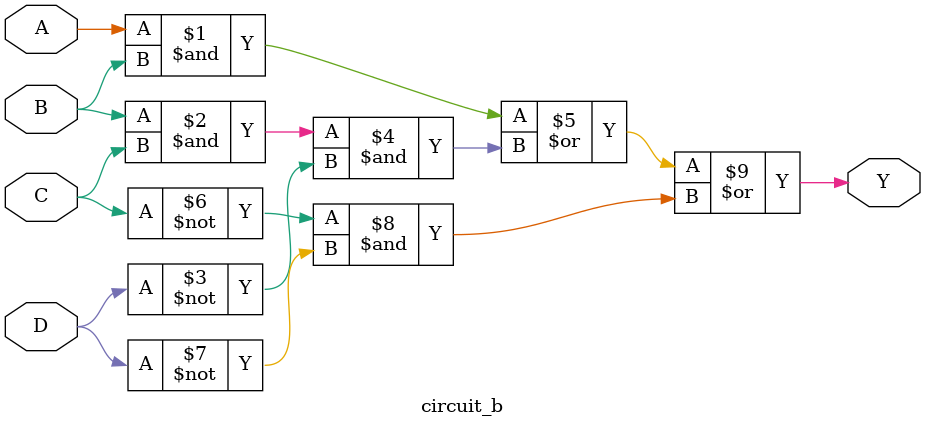
<source format=v>
module circuit_b(
    // Declare inputs
    input A, B, C, D,
    // Declare Y output
    output Y
);

   assign Y = (A & B) | (B & C & ~D) | (~C & ~D); 

endmodule

</source>
